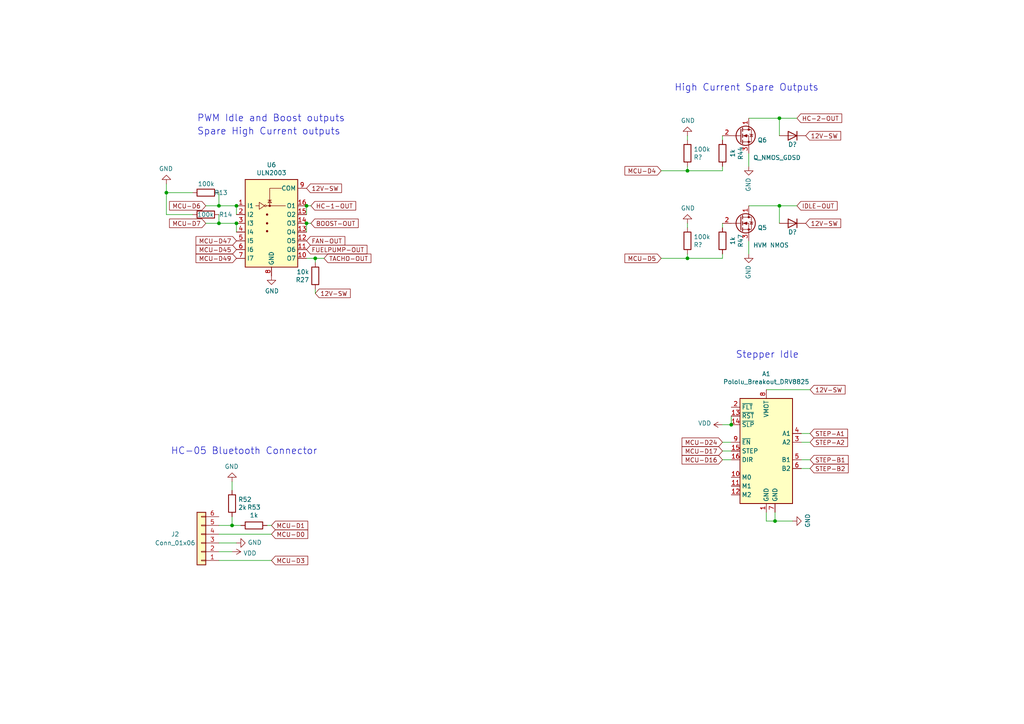
<source format=kicad_sch>
(kicad_sch (version 20231120) (generator "eeschema") (generator_version "8.0")
  (paper "A4")
  (title_block (title "0.4") (date "2021-03-27") (rev "4d") (company "Speeduino"))
  (lib_symbols
    (symbol "Connector_Generic:Conn_01x06" (pin_names (offset 1.016) hide)
      (property "Reference" "J" (at 0 7.62 0))
      (property "Value" "Conn_01x06" (at 0 -10.16 0))
      (symbol "Conn_01x06_1_1"
        (rectangle (start -1.27 -7.493) (end 0 -7.747) (stroke (width 0.1524)))
        (rectangle (start -1.27 -4.953) (end 0 -5.207) (stroke (width 0.1524)))
        (rectangle (start -1.27 -2.413) (end 0 -2.667) (stroke (width 0.1524)))
        (rectangle (start -1.27 0.127) (end 0 -0.127) (stroke (width 0.1524)))
        (rectangle (start -1.27 2.667) (end 0 2.413) (stroke (width 0.1524)))
        (rectangle (start -1.27 5.207) (end 0 4.953) (stroke (width 0.1524)))
        (rectangle (start -1.27 6.35) (end 1.27 -8.89) (stroke (width 0.254)) (fill (type background)))
        (pin passive line (at -5.08 5.08 0) (length 3.81) (name "Pin_1") (number "1"))
        (pin passive line (at -5.08 2.54 0) (length 3.81) (name "Pin_2") (number "2"))
        (pin passive line (at -5.08 0 0) (length 3.81) (name "Pin_3") (number "3"))
        (pin passive line (at -5.08 -2.54 0) (length 3.81) (name "Pin_4") (number "4"))
        (pin passive line (at -5.08 -5.08 0) (length 3.81) (name "Pin_5") (number "5"))
        (pin passive line (at -5.08 -7.62 0) (length 3.81) (name "Pin_6") (number "6"))
      )
    )
    (symbol "Device:D" (pin_numbers hide) (pin_names (offset 1.016) hide)
      (property "Reference" "D" (at 0 2.54 0))
      (property "Value" "D" (at 0 -2.54 0))
      (symbol "D_0_1"
        (polyline (pts (xy -1.27 1.27) (xy -1.27 -1.27)) (stroke (width 0.254)))
        (polyline (pts (xy 1.27 0) (xy -1.27 0)))
        (polyline (pts (xy 1.27 1.27) (xy 1.27 -1.27) (xy -1.27 0) (xy 1.27 1.27)) (stroke (width 0.254)))
      )
      (symbol "D_1_1"
        (pin passive line (at -3.81 0 0) (length 2.54) (name "K") (number "1"))
        (pin passive line (at 3.81 0 180) (length 2.54) (name "A") (number "2"))
      )
    )
    (symbol "Device:Q_NMOS_DGS" (pin_names (offset 0) hide)
      (property "Reference" "Q" (at 5.08 1.27 0))
      (property "Value" "Q_NMOS_DGS" (at 5.08 -1.27 0))
      (symbol "Q_NMOS_DGS_0_1"
        (polyline (pts (xy 0.254 0) (xy -2.54 0)))
        (polyline (pts (xy 0.254 1.905) (xy 0.254 -1.905)) (stroke (width 0.254)))
        (polyline (pts (xy 0.762 -1.27) (xy 0.762 -2.286)) (stroke (width 0.254)))
        (polyline (pts (xy 0.762 0.508) (xy 0.762 -0.508)) (stroke (width 0.254)))
        (polyline (pts (xy 0.762 2.286) (xy 0.762 1.27)) (stroke (width 0.254)))
        (polyline (pts (xy 2.54 2.54) (xy 2.54 1.778)))
        (polyline (pts (xy 2.54 -2.54) (xy 2.54 0) (xy 0.762 0)))
        (polyline (pts (xy 0.762 -1.778) (xy 3.302 -1.778) (xy 3.302 1.778) (xy 0.762 1.778)))
        (polyline (pts (xy 1.016 0) (xy 2.032 0.381) (xy 2.032 -0.381) (xy 1.016 0)) (fill (type outline)))
        (polyline (pts (xy 2.794 0.508) (xy 2.921 0.381) (xy 3.683 0.381) (xy 3.81 0.254)))
        (polyline (pts (xy 3.302 0.381) (xy 2.921 -0.254) (xy 3.683 -0.254) (xy 3.302 0.381)))
        (circle (center 1.651 0) (radius 2.794) (stroke (width 0.254)))
        (circle (center 2.54 -1.778) (radius 0.254) (fill (type outline)))
        (circle (center 2.54 1.778) (radius 0.254) (fill (type outline)))
      )
      (symbol "Q_NMOS_DGS_1_1"
        (pin passive line (at 2.54 5.08 270) (length 2.54) (name "D") (number "1"))
        (pin input line (at -5.08 0 0) (length 2.54) (name "G") (number "2"))
        (pin passive line (at 2.54 -5.08 90) (length 2.54) (name "S") (number "3"))
      )
    )
    (symbol "Device:R" (pin_numbers hide) (pin_names (offset 0))
      (property "Reference" "R" (at 2.032 0 90))
      (property "Value" "R" (at 0 0 90))
      (symbol "R_0_1"
        (rectangle (start -1.016 -2.54) (end 1.016 2.54) (stroke (width 0.254)))
      )
      (symbol "R_1_1"
        (pin passive line (at 0 3.81 270) (length 1.27) (name "~") (number "1"))
        (pin passive line (at 0 -3.81 90) (length 1.27) (name "~") (number "2"))
      )
    )
    (symbol "Driver_Motor:Pololu_Breakout_DRV8825"
      (property "Reference" "A" (at -2.54 16.51 0))
      (property "Value" "Pololu_Breakout_DRV8825" (at -2.54 13.97 0))
      (symbol "Pololu_Breakout_DRV8825_0_1"
        (rectangle (start 7.62 -17.78) (end -7.62 12.7) (stroke (width 0.254)) (fill (type background)))
      )
      (symbol "Pololu_Breakout_DRV8825_1_1"
        (pin power_in line (at 0 -20.32 90) (length 2.54) (name "GND") (number "1"))
        (pin input line (at -10.16 -10.16 0) (length 2.54) (name "M0") (number "10"))
        (pin input line (at -10.16 -12.7 0) (length 2.54) (name "M1") (number "11"))
        (pin input line (at -10.16 -15.24 0) (length 2.54) (name "M2") (number "12"))
        (pin input line (at -10.16 7.62 0) (length 2.54) (name "~{RST}") (number "13"))
        (pin input line (at -10.16 5.08 0) (length 2.54) (name "~{SLP}") (number "14"))
        (pin input line (at -10.16 -2.54 0) (length 2.54) (name "STEP") (number "15"))
        (pin input line (at -10.16 -5.08 0) (length 2.54) (name "DIR") (number "16"))
        (pin output line (at -10.16 10.16 0) (length 2.54) (name "~{FLT}") (number "2"))
        (pin output line (at 10.16 0 180) (length 2.54) (name "A2") (number "3"))
        (pin output line (at 10.16 2.54 180) (length 2.54) (name "A1") (number "4"))
        (pin output line (at 10.16 -5.08 180) (length 2.54) (name "B1") (number "5"))
        (pin output line (at 10.16 -7.62 180) (length 2.54) (name "B2") (number "6"))
        (pin power_in line (at 2.54 -20.32 90) (length 2.54) (name "GND") (number "7"))
        (pin power_in line (at 0 15.24 270) (length 2.54) (name "VMOT") (number "8"))
        (pin input line (at -10.16 0 0) (length 2.54) (name "~{EN}") (number "9"))
      )
    )
    (symbol "Transistor_Array:ULN2003"
      (property "Reference" "U" (at 0 15.875 0))
      (property "Value" "ULN2003" (at 0 13.97 0))
      (symbol "ULN2003_0_1"
        (rectangle (start -7.62 -12.7) (end 7.62 12.7) (stroke (width 0.254)) (fill (type background)))
        (circle (center -1.778 5.08) (radius 0.254))
        (circle (center -1.27 -2.286) (radius 0.254) (fill (type outline)))
        (circle (center -1.27 0) (radius 0.254) (fill (type outline)))
        (circle (center -1.27 2.54) (radius 0.254) (fill (type outline)))
        (circle (center -0.508 5.08) (radius 0.254) (fill (type outline)))
        (polyline (pts (xy -4.572 5.08) (xy -3.556 5.08)))
        (polyline (pts (xy -1.524 5.08) (xy 4.064 5.08)))
        (polyline (pts (xy 0 6.731) (xy -1.016 6.731)))
        (polyline (pts (xy -0.508 5.08) (xy -0.508 10.16) (xy 2.921 10.16)))
        (polyline (pts (xy -3.556 6.096) (xy -3.556 4.064) (xy -2.032 5.08) (xy -3.556 6.096)))
        (polyline (pts (xy 0 5.969) (xy -1.016 5.969) (xy -0.508 6.731) (xy 0 5.969)))
      )
      (symbol "ULN2003_1_1"
        (pin input line (at -10.16 5.08 0) (length 2.54) (name "I1") (number "1"))
        (pin open_collector line (at 10.16 -10.16 180) (length 2.54) (name "O7") (number "10"))
        (pin open_collector line (at 10.16 -7.62 180) (length 2.54) (name "O6") (number "11"))
        (pin open_collector line (at 10.16 -5.08 180) (length 2.54) (name "O5") (number "12"))
        (pin open_collector line (at 10.16 -2.54 180) (length 2.54) (name "O4") (number "13"))
        (pin open_collector line (at 10.16 0 180) (length 2.54) (name "O3") (number "14"))
        (pin open_collector line (at 10.16 2.54 180) (length 2.54) (name "O2") (number "15"))
        (pin open_collector line (at 10.16 5.08 180) (length 2.54) (name "O1") (number "16"))
        (pin input line (at -10.16 2.54 0) (length 2.54) (name "I2") (number "2"))
        (pin input line (at -10.16 0 0) (length 2.54) (name "I3") (number "3"))
        (pin input line (at -10.16 -2.54 0) (length 2.54) (name "I4") (number "4"))
        (pin input line (at -10.16 -5.08 0) (length 2.54) (name "I5") (number "5"))
        (pin input line (at -10.16 -7.62 0) (length 2.54) (name "I6") (number "6"))
        (pin input line (at -10.16 -10.16 0) (length 2.54) (name "I7") (number "7"))
        (pin power_in line (at 0 -15.24 90) (length 2.54) (name "GND") (number "8"))
        (pin passive line (at 10.16 10.16 180) (length 2.54) (name "COM") (number "9"))
      )
    )
    (symbol "v0.4.3d-rescue:GND-power" (power) (pin_names (offset 0))
      (property "Value" "power_GND" (at 0 -3.81 0))
      (symbol "GND-power_0_1"
        (polyline (pts (xy 0 0) (xy 0 -1.27) (xy 1.27 -1.27) (xy 0 -2.54) (xy -1.27 -1.27) (xy 0 -1.27)))
      )
      (symbol "GND-power_1_1"
        (pin power_in line (at 0 0 270) (length 0) hide (name "GND") (number "1"))
      )
    )
    (symbol "v0.4.3d-rescue:VDD-power" (power) (pin_names (offset 0))
      (property "Value" "power_VDD" (at 0 3.81 0))
      (symbol "VDD-power_0_1"
        (polyline (pts (xy -0.762 1.27) (xy 0 2.54)))
        (polyline (pts (xy 0 0) (xy 0 2.54)))
        (polyline (pts (xy 0 2.54) (xy 0.762 1.27)))
      )
      (symbol "VDD-power_1_1"
        (pin power_in line (at 0 0 90) (length 0) hide (name "VDD") (number "1"))
      )
    )
  )
  (junction (at 88.9 59.69))
  (junction (at 212.09 123.19))
  (junction (at 226.06 34.29))
  (junction (at 226.06 59.69))
  (junction (at 67.31 152.4))
  (junction (at 68.58 64.77))
  (junction (at 199.39 74.93))
  (junction (at 199.39 49.53))
  (junction (at 68.58 59.69))
  (junction (at 88.9 64.77))
  (junction (at 224.79 151.13))
  (junction (at 91.44 74.93))
  (junction (at 63.5 59.69))
  (junction (at 48.26 55.88))
  (junction (at 63.5 64.77))
  (wire (pts (xy 226.06 59.69) (xy 231.14 59.69)))
  (wire (pts (xy 88.9 67.31) (xy 88.9 64.77)))
  (wire (pts (xy 199.39 64.77) (xy 199.39 66.04)))
  (wire (pts (xy 90.17 59.69) (xy 88.9 59.69)))
  (wire (pts (xy 63.5 162.56) (xy 78.74 162.56)))
  (wire (pts (xy 224.79 151.13) (xy 222.25 151.13)))
  (wire (pts (xy 234.95 128.27) (xy 232.41 128.27)))
  (wire (pts (xy 48.26 62.23) (xy 55.88 62.23)))
  (wire (pts (xy 67.31 152.4) (xy 69.85 152.4)))
  (wire (pts (xy 88.9 62.23) (xy 88.9 59.69)))
  (wire (pts (xy 199.39 49.53) (xy 209.55 49.53)))
  (wire (pts (xy 63.5 55.88) (xy 63.5 59.69)))
  (wire (pts (xy 209.55 123.19) (xy 212.09 123.19)))
  (wire (pts (xy 217.17 59.69) (xy 226.06 59.69)))
  (wire (pts (xy 48.26 53.34) (xy 48.26 55.88)))
  (wire (pts (xy 217.17 73.66) (xy 217.17 69.85)))
  (wire (pts (xy 199.39 74.93) (xy 209.55 74.93)))
  (wire (pts (xy 224.79 148.59) (xy 224.79 151.13)))
  (wire (pts (xy 191.77 74.93) (xy 199.39 74.93)))
  (wire (pts (xy 222.25 113.03) (xy 234.95 113.03)))
  (wire (pts (xy 191.77 49.53) (xy 199.39 49.53)))
  (wire (pts (xy 90.17 64.77) (xy 88.9 64.77)))
  (wire (pts (xy 199.39 49.53) (xy 199.39 48.26)))
  (wire (pts (xy 68.58 157.48) (xy 63.5 157.48)))
  (wire (pts (xy 48.26 55.88) (xy 48.26 62.23)))
  (wire (pts (xy 199.39 39.37) (xy 199.39 40.64)))
  (wire (pts (xy 226.06 34.29) (xy 231.14 34.29)))
  (wire (pts (xy 217.17 34.29) (xy 226.06 34.29)))
  (wire (pts (xy 199.39 74.93) (xy 199.39 73.66)))
  (wire (pts (xy 63.5 59.69) (xy 68.58 59.69)))
  (wire (pts (xy 78.74 154.94) (xy 63.5 154.94)))
  (wire (pts (xy 209.55 133.35) (xy 212.09 133.35)))
  (wire (pts (xy 67.31 149.86) (xy 67.31 152.4)))
  (wire (pts (xy 91.44 74.93) (xy 93.98 74.93)))
  (wire (pts (xy 212.09 123.19) (xy 212.09 120.65)))
  (wire (pts (xy 91.44 85.09) (xy 91.44 83.82)))
  (wire (pts (xy 59.69 59.69) (xy 63.5 59.69)))
  (wire (pts (xy 48.26 55.88) (xy 55.88 55.88)))
  (wire (pts (xy 209.55 73.66) (xy 209.55 74.93)))
  (wire (pts (xy 232.41 133.35) (xy 234.95 133.35)))
  (wire (pts (xy 217.17 48.26) (xy 217.17 44.45)))
  (wire (pts (xy 77.47 152.4) (xy 78.74 152.4)))
  (wire (pts (xy 63.5 64.77) (xy 68.58 64.77)))
  (wire (pts (xy 209.55 128.27) (xy 212.09 128.27)))
  (wire (pts (xy 63.5 152.4) (xy 67.31 152.4)))
  (wire (pts (xy 226.06 64.77) (xy 226.06 59.69)))
  (wire (pts (xy 234.95 135.89) (xy 232.41 135.89)))
  (wire (pts (xy 67.31 139.7) (xy 67.31 142.24)))
  (wire (pts (xy 226.06 39.37) (xy 226.06 34.29)))
  (wire (pts (xy 232.41 125.73) (xy 234.95 125.73)))
  (wire (pts (xy 229.87 151.13) (xy 224.79 151.13)))
  (wire (pts (xy 209.55 48.26) (xy 209.55 49.53)))
  (wire (pts (xy 91.44 76.2) (xy 91.44 74.93)))
  (wire (pts (xy 222.25 151.13) (xy 222.25 148.59)))
  (wire (pts (xy 212.09 130.81) (xy 209.55 130.81)))
  (wire (pts (xy 67.31 160.02) (xy 63.5 160.02)))
  (wire (pts (xy 68.58 59.69) (xy 68.58 62.23)))
  (wire (pts (xy 63.5 62.23) (xy 63.5 64.77)))
  (wire (pts (xy 209.55 64.77) (xy 209.55 66.04)))
  (wire (pts (xy 59.69 64.77) (xy 63.5 64.77)))
  (wire (pts (xy 209.55 39.37) (xy 209.55 40.64)))
  (wire (pts (xy 88.9 74.93) (xy 91.44 74.93)))
  (wire (pts (xy 68.58 64.77) (xy 68.58 67.31)))
  (text "High Current Spare Outputs" (at 195.58 26.67 0) (effects (font (size 1.9812 1.9812)) (justify left bottom)))
  (text "HC-05 Bluetooth Connector" (at 49.53 132.08 0) (effects (font (size 1.9812 1.9812)) (justify left bottom)))
  (text "Spare High Current outputs" (at 57.15 39.37 0) (effects (font (size 1.9812 1.9812)) (justify left bottom)))
  (text "Stepper Idle" (at 213.36 104.14 0) (effects (font (size 1.9812 1.9812)) (justify left bottom)))
  (text "PWM Idle and Boost outputs" (at 57.15 35.56 0) (effects (font (size 1.9812 1.9812)) (justify left bottom)))
  (global_label "FAN-OUT" (shape input) (at 88.9 69.85 0) (property "Intersheetrefs" "${INTERSHEET_REFS}" (effects (hide yes))))
  (global_label "12V-SW" (shape input) (at 233.68 39.37 0) (property "Intersheetrefs" "${INTERSHEET_REFS}" (effects (hide yes))))
  (global_label "MCU-D45" (shape input) (at 68.58 72.39 180) (property "Intersheetrefs" "${INTERSHEET_REFS}" (effects (hide yes))))
  (global_label "MCU-D0" (shape input) (at 78.74 154.94 0) (property "Intersheetrefs" "${INTERSHEET_REFS}" (effects (hide yes))))
  (global_label "MCU-D4" (shape input) (at 191.77 49.53 180) (property "Intersheetrefs" "${INTERSHEET_REFS}" (effects (hide yes))))
  (global_label "BOOST-OUT" (shape input) (at 90.17 64.77 0) (property "Intersheetrefs" "${INTERSHEET_REFS}" (effects (hide yes))))
  (global_label "MCU-D7" (shape input) (at 59.69 64.77 180) (property "Intersheetrefs" "${INTERSHEET_REFS}" (effects (hide yes))))
  (global_label "MCU-D6" (shape input) (at 59.69 59.69 180) (property "Intersheetrefs" "${INTERSHEET_REFS}" (effects (hide yes))))
  (global_label "STEP-B2" (shape input) (at 234.95 135.89 0) (property "Intersheetrefs" "${INTERSHEET_REFS}" (effects (hide yes))))
  (global_label "12V-SW" (shape input) (at 234.95 113.03 0) (property "Intersheetrefs" "${INTERSHEET_REFS}" (effects (hide yes))))
  (global_label "MCU-D24" (shape input) (at 209.55 128.27 180) (property "Intersheetrefs" "${INTERSHEET_REFS}" (effects (hide yes))))
  (global_label "HC-2-OUT" (shape input) (at 231.14 34.29 0) (property "Intersheetrefs" "${INTERSHEET_REFS}" (effects (hide yes))))
  (global_label "IDLE-OUT" (shape input) (at 231.14 59.69 0) (property "Intersheetrefs" "${INTERSHEET_REFS}" (effects (hide yes))))
  (global_label "MCU-D5" (shape input) (at 191.77 74.93 180) (property "Intersheetrefs" "${INTERSHEET_REFS}" (effects (hide yes))))
  (global_label "MCU-D3" (shape input) (at 78.74 162.56 0) (property "Intersheetrefs" "${INTERSHEET_REFS}" (effects (hide yes))))
  (global_label "MCU-D17" (shape input) (at 209.55 130.81 180) (property "Intersheetrefs" "${INTERSHEET_REFS}" (effects (hide yes))))
  (global_label "12V-SW" (shape input) (at 233.68 64.77 0) (property "Intersheetrefs" "${INTERSHEET_REFS}" (effects (hide yes))))
  (global_label "STEP-A1" (shape input) (at 234.95 125.73 0) (property "Intersheetrefs" "${INTERSHEET_REFS}" (effects (hide yes))))
  (global_label "FUELPUMP-OUT" (shape input) (at 88.9 72.39 0) (property "Intersheetrefs" "${INTERSHEET_REFS}" (effects (hide yes))))
  (global_label "HC-1-OUT" (shape input) (at 90.17 59.69 0) (property "Intersheetrefs" "${INTERSHEET_REFS}" (effects (hide yes))))
  (global_label "STEP-B1" (shape input) (at 234.95 133.35 0) (property "Intersheetrefs" "${INTERSHEET_REFS}" (effects (hide yes))))
  (global_label "MCU-D16" (shape input) (at 209.55 133.35 180) (property "Intersheetrefs" "${INTERSHEET_REFS}" (effects (hide yes))))
  (global_label "STEP-A2" (shape input) (at 234.95 128.27 0) (property "Intersheetrefs" "${INTERSHEET_REFS}" (effects (hide yes))))
  (global_label "TACHO-OUT" (shape input) (at 93.98 74.93 0) (property "Intersheetrefs" "${INTERSHEET_REFS}" (effects (hide yes))))
  (global_label "12V-SW" (shape input) (at 91.44 85.09 0) (property "Intersheetrefs" "${INTERSHEET_REFS}" (effects (hide yes))))
  (global_label "MCU-D47" (shape input) (at 68.58 69.85 180) (property "Intersheetrefs" "${INTERSHEET_REFS}" (effects (hide yes))))
  (global_label "MCU-D1" (shape input) (at 78.74 152.4 0) (property "Intersheetrefs" "${INTERSHEET_REFS}" (effects (hide yes))))
  (global_label "12V-SW" (shape input) (at 88.9 54.61 0) (property "Intersheetrefs" "${INTERSHEET_REFS}" (effects (hide yes))))
  (global_label "MCU-D49" (shape input) (at 68.58 74.93 180) (property "Intersheetrefs" "${INTERSHEET_REFS}" (effects (hide yes))))
  (symbol (lib_id "Connector_Generic:Conn_01x06") (at 58.42 157.48 180) (unit 1)
    (property "Reference" "J2" (at 50.8 154.94 0))
    (property "Value" "Conn_01x06" (at 50.8 157.48 0))
    (property "Footprint" "Connector_PinHeader_2.54mm:PinHeader_1x06_P2.54mm_Vertical" (effects (hide yes)))
  )
  (symbol (lib_id "v0.4.3d-rescue:VDD-power") (at 67.31 160.02 270) (unit 1)
    (property "Reference" "#PWR061" (effects (hide yes)))
    (property "Value" "VDD" (at 70.5612 160.4518 90) (effects (justify left)))
  )
  (symbol (lib_id "v0.4.3d-rescue:GND-power") (at 68.58 157.48 90) (unit 1)
    (property "Reference" "#PWR062" (effects (hide yes)))
    (property "Value" "GND" (at 71.8312 157.353 90) (effects (justify right)))
  )
  (symbol (lib_id "Device:R") (at 73.66 152.4 270) (unit 1)
    (property "Reference" "R53" (at 73.66 147.1422 90))
    (property "Value" "1k" (at 73.66 149.4536 90))
    (property "Footprint" "Resistor_THT:R_Axial_DIN0204_L3.6mm_D1.6mm_P5.08mm_Horizontal" (effects (hide yes)))
    (property "Digikey Part Number" "BC1.00KXCT-ND" (effects (hide yes)))
    (property "Manufacturer_Name" "Vishay" (effects (hide yes)))
    (property "Manufacturer_Part_Number" "MBA02040C1001FRP00" (effects (hide yes)))
  )
  (symbol (lib_id "Device:R") (at 67.31 146.05 180) (unit 1)
    (property "Reference" "R52" (at 69.088 144.8816 0) (effects (justify right)))
    (property "Value" "2k" (at 69.088 147.193 0) (effects (justify right)))
    (property "Footprint" "Resistor_THT:R_Axial_DIN0204_L3.6mm_D1.6mm_P5.08mm_Horizontal" (effects (hide yes)))
    (property "Digikey Part Number" "BC3254CT-ND" (effects (hide yes)))
    (property "Manufacturer_Name" "Vishay" (effects (hide yes)))
    (property "Manufacturer_Part_Number" "MBA02040C2001FCT00" (effects (hide yes)))
    (property "URL" "https://www.digikey.com.au/product-detail/en/vishay-beyschlag-draloric-bc-components/MBA02040C2001FCT00/BC3254CT-ND/6138757" (effects (hide yes)))
  )
  (symbol (lib_id "v0.4.3d-rescue:GND-power") (at 67.31 139.7 180) (unit 1)
    (property "Reference" "#PWR060" (effects (hide yes)))
    (property "Value" "GND" (at 67.183 135.3058 0))
  )
  (symbol (lib_id "Driver_Motor:Pololu_Breakout_DRV8825") (at 222.25 128.27 0) (unit 1)
    (property "Reference" "A1" (at 222.25 108.4326 0))
    (property "Value" "Pololu_Breakout_DRV8825" (at 222.25 110.744 0))
    (property "Footprint" "Module:Pololu_Breakout-16_15.2x20.3mm" (effects (hide yes)))
    (property "Datasheet" "https://www.pololu.com/product/2982" (effects (hide yes)))
  )
  (symbol (lib_id "v0.4.3d-rescue:GND-power") (at 229.87 151.13 90) (unit 1)
    (property "Reference" "#PWR0110" (effects (hide yes)))
    (property "Value" "GND" (at 234.2642 151.003 0))
  )
  (symbol (lib_id "v0.4.3d-rescue:VDD-power") (at 209.55 123.19 90) (unit 1)
    (property "Reference" "#PWR0111" (effects (hide yes)))
    (property "Value" "VDD" (at 206.2988 122.7582 90) (effects (justify left)))
  )
  (symbol (lib_id "Transistor_Array:ULN2003") (at 78.74 64.77 0) (unit 1)
    (property "Reference" "U6" (at 78.74 47.8282 0))
    (property "Value" "ULN2003" (at 78.74 50.1396 0))
    (property "Footprint" "Package_DIP:DIP-16_W7.62mm" (effects (hide yes)))
    (property "Datasheet" "http://www.ti.com/lit/ds/symlink/uln2003a.pdf" (effects (hide yes)))
    (property "Digikey Part Number" "296-16971-5-ND" (effects (hide yes)))
    (property "Manufacturer_Name" "TI" (effects (hide yes)))
    (property "Manufacturer_Part_Number" "ULN2003AIN‎ " (effects (hide yes)))
    (property "URL" "https://www.digikey.com.au/product-detail/en/ULN2003AIN/296-16971-5-ND/653041?itemSeq=364547977" (effects (hide yes)))
  )
  (symbol (lib_id "v0.4.3d-rescue:GND-power") (at 78.74 80.01 0) (unit 1)
    (property "Reference" "#PWR0114" (effects (hide yes)))
    (property "Value" "GND" (at 78.867 84.4042 0))
  )
  (symbol (lib_id "Device:R") (at 59.69 55.88 270) (unit 1)
    (property "Reference" "R13" (at 66.04 55.88 90) (effects (justify right)))
    (property "Value" "100k" (at 62.23 53.34 90) (effects (justify right)))
    (property "Footprint" "Resistor_THT:R_Axial_DIN0204_L3.6mm_D1.6mm_P5.08mm_Horizontal" (effects (hide yes)))
    (property "Digikey Part Number" "BC3240CT-ND" (effects (hide yes)))
    (property "Manufacturer_Name" "Vishay" (effects (hide yes)))
    (property "Manufacturer_Part_Number" "MBA02040C1003FCT00" (effects (hide yes)))
    (property "URL" "https://www.digikey.com.au/product-detail/en/vishay-beyschlag-draloric-bc-components/MBA02040C1003FCT00/BC3240CT-ND/6138743" (effects (hide yes)))
  )
  (symbol (lib_id "v0.4.3d-rescue:GND-power") (at 48.26 53.34 180) (unit 1)
    (property "Reference" "#PWR0124" (effects (hide yes)))
    (property "Value" "GND" (at 48.133 48.9458 0))
  )
  (symbol (lib_id "Device:R") (at 91.44 80.01 0) (unit 1)
    (property "Reference" "R27" (at 89.662 81.1784 0) (effects (justify right)))
    (property "Value" "10k" (at 89.662 78.867 0) (effects (justify right)))
    (property "Footprint" "Resistor_THT:R_Axial_DIN0204_L3.6mm_D1.6mm_P5.08mm_Horizontal" (effects (hide yes)))
    (property "Digikey Part Number" "BC10.0KXCT-ND" (effects (hide yes)))
    (property "Manufacturer_Name" "Vishay" (effects (hide yes)))
    (property "Manufacturer_Part_Number" "MBA02040C1002FRP00" (effects (hide yes)))
    (property "URL" "https://www.digikey.com.au/product-detail/en/vishay-beyschlag-draloric-bc-components/MBA02040C1002FRP00/BC10-0KXCT-ND/336866" (effects (hide yes)))
  )
  (symbol (lib_id "Device:R") (at 59.69 62.23 90) (unit 1)
    (property "Reference" "R14" (at 63.5 62.23 90) (effects (justify right)))
    (property "Value" "100k" (at 57.15 62.23 90) (effects (justify right)))
    (property "Footprint" "Resistor_THT:R_Axial_DIN0204_L3.6mm_D1.6mm_P5.08mm_Horizontal" (effects (hide yes)))
    (property "Digikey Part Number" "BC3240CT-ND" (effects (hide yes)))
    (property "Manufacturer_Name" "Vishay" (effects (hide yes)))
    (property "Manufacturer_Part_Number" "MBA02040C1003FCT00" (effects (hide yes)))
    (property "URL" "https://www.digikey.com.au/product-detail/en/vishay-beyschlag-draloric-bc-components/MBA02040C1003FCT00/BC3240CT-ND/6138743" (effects (hide yes)))
  )
  (symbol (lib_id "v0.4.3d-rescue:GND-power") (at 217.17 73.66 0) (mirror y) (unit 1)
    (property "Reference" "#PWR0105" (effects (hide yes)))
    (property "Value" "GND" (at 217.043 76.9112 90) (effects (justify right)))
    (instances (project "" (path "" (reference "#PWR?") (unit 1)) (path "" (reference "#PWR0105") (unit 1))))
  )
  (symbol (lib_id "Device:R") (at 199.39 69.85 0) (mirror y) (unit 1)
    (property "Reference" "R43" (at 201.168 71.0184 0) (effects (justify right)))
    (property "Value" "100k" (at 201.168 68.707 0) (effects (justify right)))
    (property "Footprint" "Resistor_THT:R_Axial_DIN0204_L3.6mm_D1.6mm_P5.08mm_Horizontal" (effects (hide yes)))
    (property "Digikey Part Number" "BC3240CT-ND" (effects (hide yes)))
    (property "Manufacturer_Name" "Vishay" (effects (hide yes)))
    (property "Manufacturer_Part_Number" "MBA02040C1003FCT00" (effects (hide yes)))
    (property "URL" "https://www.digikey.com.au/product-detail/en/vishay-beyschlag-draloric-bc-components/MBA02040C1003FCT00/BC3240CT-ND/6138743" (effects (hide yes)))
    (instances (project "" (path "" (reference "R?") (unit 1)) (path "" (reference "R43") (unit 1))))
  )
  (symbol (lib_id "v0.4.3d-rescue:GND-power") (at 199.39 64.77 0) (mirror x) (unit 1)
    (property "Reference" "#PWR0125" (effects (hide yes)))
    (property "Value" "GND" (at 199.517 60.3758 0))
    (instances (project "" (path "" (reference "#PWR?") (unit 1)) (path "" (reference "#PWR0125") (unit 1))))
  )
  (symbol (lib_id "Device:R") (at 209.55 69.85 180) (unit 1)
    (property "Reference" "R47" (at 214.8078 69.85 90))
    (property "Value" "1k" (at 212.4964 69.85 90))
    (property "Footprint" "Resistor_THT:R_Axial_DIN0204_L3.6mm_D1.6mm_P5.08mm_Horizontal" (effects (hide yes)))
    (property "Digikey Part Number" "BC1.00KXCT-ND" (effects (hide yes)))
    (property "Manufacturer_Name" "Vishay" (effects (hide yes)))
    (property "Manufacturer_Part_Number" "MBA02040C1001FRP00" (effects (hide yes)))
  )
  (symbol (lib_id "Device:D") (at 229.87 64.77 180) (unit 1)
    (property "Reference" "D16" (at 229.87 67.31 0))
    (property "Value" "D" (effects (hide yes)))
    (property "Footprint" "Diode_THT:D_DO-35_SOD27_P7.62mm_Horizontal" (effects (hide yes)))
    (property "Digikey Part Number" "1N914TAPGICT-ND" (effects (hide yes)))
    (property "Manufacturer_Name" "Vishay" (effects (hide yes)))
    (property "Manufacturer_Part_Number" "1N914TAP" (effects (hide yes)))
    (property "URL" "https://www.digikey.com.au/product-detail/en/vishay-general-semiconductor-diodes-division/1N914TAP/1N914TAPGICT-ND/8564478" (effects (hide yes)))
    (instances (project "" (path "" (reference "D?") (unit 1)) (path "" (reference "D16") (unit 1))))
  )
  (symbol (lib_id "v0.4.3d-rescue:GND-power") (at 217.17 48.26 0) (mirror y) (unit 1)
    (property "Reference" "#PWR0126" (effects (hide yes)))
    (property "Value" "GND" (at 217.043 51.5112 90) (effects (justify right)))
    (instances (project "" (path "" (reference "#PWR?") (unit 1)) (path "" (reference "#PWR0126") (unit 1))))
  )
  (symbol (lib_id "Device:R") (at 199.39 44.45 0) (mirror y) (unit 1)
    (property "Reference" "R28" (at 201.168 45.6184 0) (effects (justify right)))
    (property "Value" "100k" (at 201.168 43.307 0) (effects (justify right)))
    (property "Footprint" "Resistor_THT:R_Axial_DIN0204_L3.6mm_D1.6mm_P5.08mm_Horizontal" (effects (hide yes)))
    (property "Digikey Part Number" "BC3240CT-ND" (effects (hide yes)))
    (property "Manufacturer_Name" "Vishay" (effects (hide yes)))
    (property "Manufacturer_Part_Number" "MBA02040C1003FCT00" (effects (hide yes)))
    (property "URL" "https://www.digikey.com.au/product-detail/en/vishay-beyschlag-draloric-bc-components/MBA02040C1003FCT00/BC3240CT-ND/6138743" (effects (hide yes)))
    (instances (project "" (path "" (reference "R?") (unit 1)) (path "" (reference "R28") (unit 1))))
  )
  (symbol (lib_id "v0.4.3d-rescue:GND-power") (at 199.39 39.37 0) (mirror x) (unit 1)
    (property "Reference" "#PWR0127" (effects (hide yes)))
    (property "Value" "GND" (at 199.517 34.9758 0))
    (instances (project "" (path "" (reference "#PWR?") (unit 1)) (path "" (reference "#PWR0127") (unit 1))))
  )
  (symbol (lib_id "Device:Q_NMOS_DGS") (at 214.63 39.37 0) (unit 1)
    (property "Reference" "Q6" (at 219.71 40.64 0) (effects (justify left)))
    (property "Value" "Q_NMOS_GDSD" (at 218.44 45.72 0) (effects (justify left)))
    (property "Footprint" "Package_DIP:Vishay_HVM-DIP-3_W7.62mm" (effects (hide yes)))
    (property "Digikey Part Number" "IRLD024PBF-ND" (effects (hide yes)))
    (property "Manufacturer_Name" "Vishay" (effects (hide yes)))
    (property "Manufacturer_Part_Number" "IRLD024PBF" (effects (hide yes)))
    (property "URL" "https://www.digikey.com.au/product-detail/en/vishay-siliconix/IRLD024PBF/IRLD024PBF-ND/812492" (effects (hide yes)))
  )
  (symbol (lib_id "Device:R") (at 209.55 44.45 180) (unit 1)
    (property "Reference" "R44" (at 214.8078 44.45 90))
    (property "Value" "1k" (at 212.4964 44.45 90))
    (property "Footprint" "Resistor_THT:R_Axial_DIN0204_L3.6mm_D1.6mm_P5.08mm_Horizontal" (effects (hide yes)))
    (property "Digikey Part Number" "BC1.00KXCT-ND" (effects (hide yes)))
    (property "Manufacturer_Name" "Vishay" (effects (hide yes)))
    (property "Manufacturer_Part_Number" "MBA02040C1001FRP00" (effects (hide yes)))
  )
  (symbol (lib_id "Device:D") (at 229.87 39.37 180) (unit 1)
    (property "Reference" "D13" (at 229.87 41.91 0))
    (property "Value" "D" (effects (hide yes)))
    (property "Footprint" "Diode_THT:D_DO-35_SOD27_P7.62mm_Horizontal" (effects (hide yes)))
    (property "Digikey Part Number" "1N914TAPGICT-ND" (effects (hide yes)))
    (property "Manufacturer_Name" "Vishay" (effects (hide yes)))
    (property "Manufacturer_Part_Number" "1N914TAP" (effects (hide yes)))
    (property "URL" "https://www.digikey.com.au/product-detail/en/vishay-general-semiconductor-diodes-division/1N914TAP/1N914TAPGICT-ND/8564478" (effects (hide yes)))
    (instances (project "" (path "" (reference "D?") (unit 1)) (path "" (reference "D13") (unit 1))))
  )
  (symbol (lib_id "Device:Q_NMOS_DGS") (at 214.63 64.77 0) (unit 1)
    (property "Reference" "Q5" (at 219.71 66.04 0) (effects (justify left)))
    (property "Value" "HVM NMOS" (at 218.44 71.12 0) (effects (justify left)))
    (property "Footprint" "Package_DIP:Vishay_HVM-DIP-3_W7.62mm" (effects (hide yes)))
    (property "Digikey Part Number" "IRLD024PBF-ND" (effects (hide yes)))
    (property "Manufacturer_Name" "Vishay" (effects (hide yes)))
    (property "Manufacturer_Part_Number" "IRLD024PBF" (effects (hide yes)))
    (property "URL" "https://www.digikey.com.au/product-detail/en/vishay-siliconix/IRLD024PBF/IRLD024PBF-ND/812492" (effects (hide yes)))
  )
)
</source>
